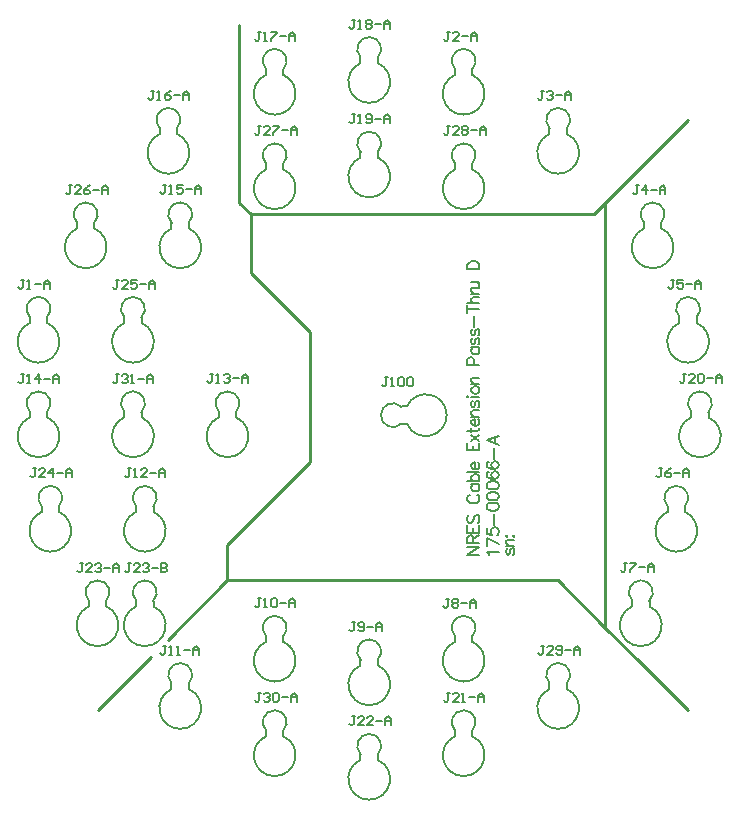
<source format=gbr>
G04 Layer_Color=65535*
%FSLAX26Y26*%
%MOIN*%
%TF.FileFunction,Legend,Top*%
%TF.Part,Single*%
G01*
G75*
%TA.AperFunction,NonConductor*%
%ADD13C,0.010000*%
%ADD21C,0.005000*%
%ADD22C,0.007000*%
D13*
X-511810Y708662D02*
Y1299212D01*
Y708662D02*
X-472440Y669292D01*
X708662Y708662D02*
X984252Y984252D01*
X-748032Y-748032D02*
X-551182Y-551182D01*
X-984252Y-984252D02*
X-806339Y-806339D01*
X708662Y-708662D02*
X826772Y-826772D01*
X984252Y-984252D01*
X-472440Y472440D02*
Y669292D01*
X708662Y-708662D02*
Y708662D01*
X551182Y-551182D02*
X708662Y-708662D01*
X-551182Y-551182D02*
X551182D01*
X-551182D02*
Y-433070D01*
X-275590Y-157480D01*
Y275590D01*
X-472440Y472440D02*
X-275590Y275590D01*
X669292Y669292D02*
X708662Y708662D01*
X-472440Y669292D02*
X669292D01*
D21*
X-837857Y326046D02*
G03*
X-894426Y326046I-28284J28284D01*
G01*
X-895250Y307400D02*
G03*
X-837033Y307400I29108J-63069D01*
G01*
X-365416Y1152818D02*
G03*
X-421985Y1152818I-28284J28284D01*
G01*
X-422809Y1134171D02*
G03*
X-364592Y1134171I29108J-63069D01*
G01*
X-50456Y-815686D02*
G03*
X-107025Y-815686I-28284J28284D01*
G01*
X-107849Y-834333D02*
G03*
X-49632Y-834333I29108J-63069D01*
G01*
X-1152818Y326046D02*
G03*
X-1209387Y326046I-28284J28284D01*
G01*
X-1210211Y307400D02*
G03*
X-1151994Y307400I29108J-63069D01*
G01*
X-995338Y641007D02*
G03*
X-1051906Y641007I-28284J28284D01*
G01*
X-1052730Y622360D02*
G03*
X-994514Y622360I29108J-63069D01*
G01*
X-50456Y1192188D02*
G03*
X-107024Y1192188I-28284J28284D01*
G01*
X-107849Y1173541D02*
G03*
X-49632Y1173541I29108J-63069D01*
G01*
X-365416Y-736946D02*
G03*
X-421985Y-736946I-28284J28284D01*
G01*
X-422809Y-755592D02*
G03*
X-364592Y-755592I29108J-63069D01*
G01*
X264505Y1152818D02*
G03*
X207936Y1152818I-28284J28284D01*
G01*
X207112Y1134171D02*
G03*
X265329Y1134171I29108J-63069D01*
G01*
X-365416Y837857D02*
G03*
X-421985Y837857I-28284J28284D01*
G01*
X-422809Y819211D02*
G03*
X-364592Y819211I29108J-63069D01*
G01*
X-50456Y877227D02*
G03*
X-107024Y877227I-28284J28284D01*
G01*
X-107849Y858581D02*
G03*
X-49632Y858581I29108J-63069D01*
G01*
X-680377Y-894426D02*
G03*
X-736946Y-894426I-28284J28284D01*
G01*
X-737770Y-913073D02*
G03*
X-679553Y-913073I29108J-63069D01*
G01*
X579465Y955968D02*
G03*
X522897Y955968I-28284J28284D01*
G01*
X522073Y937321D02*
G03*
X580290Y937321I29108J-63069D01*
G01*
X264505Y837857D02*
G03*
X207936Y837857I-28284J28284D01*
G01*
X207112Y819211D02*
G03*
X265329Y819211I29108J-63069D01*
G01*
X1051906Y11086D02*
G03*
X995338Y11086I-28284J28284D01*
G01*
X994514Y-7561D02*
G03*
X1052730Y-7561I29108J-63069D01*
G01*
X-798487Y-303875D02*
G03*
X-855056Y-303875I-28284J28284D01*
G01*
X-855880Y-322522D02*
G03*
X-797663Y-322522I29108J-63069D01*
G01*
X894426Y641007D02*
G03*
X837857Y641007I-28284J28284D01*
G01*
X837033Y622360D02*
G03*
X895250Y622360I29108J-63069D01*
G01*
X579465Y-894426D02*
G03*
X522897Y-894426I-28284J28284D01*
G01*
X522073Y-913073D02*
G03*
X580290Y-913073I29108J-63069D01*
G01*
X264505Y-1051906D02*
G03*
X207936Y-1051906I-28284J28284D01*
G01*
X207112Y-1070553D02*
G03*
X265329Y-1070553I29108J-63069D01*
G01*
X-522897Y11086D02*
G03*
X-579465Y11086I-28284J28284D01*
G01*
X-580290Y-7561D02*
G03*
X-522073Y-7561I29108J-63069D01*
G01*
X1012536Y326046D02*
G03*
X955968Y326046I-28284J28284D01*
G01*
X955143Y307400D02*
G03*
X1013360Y307400I29108J-63069D01*
G01*
X-365416Y-1051906D02*
G03*
X-421985Y-1051906I-28284J28284D01*
G01*
X-422809Y-1070553D02*
G03*
X-364592Y-1070553I29108J-63069D01*
G01*
X-50456Y-1130647D02*
G03*
X-107025Y-1130647I-28284J28284D01*
G01*
X-107849Y-1149293D02*
G03*
X-49632Y-1149293I29108J-63069D01*
G01*
X-1152818Y11086D02*
G03*
X-1209387Y11086I-28284J28284D01*
G01*
X-1210211Y-7561D02*
G03*
X-1151994Y-7561I29108J-63069D01*
G01*
X973166Y-303875D02*
G03*
X916598Y-303875I-28284J28284D01*
G01*
X915773Y-322522D02*
G03*
X973990Y-322522I29108J-63069D01*
G01*
X-837857Y11086D02*
G03*
X-894426Y11086I-28284J28284D01*
G01*
X-895250Y-7561D02*
G03*
X-837033Y-7561I29108J-63069D01*
G01*
X-798487Y-618836D02*
G03*
X-855056Y-618836I-28284J28284D01*
G01*
X-855880Y-637482D02*
G03*
X-797663Y-637482I29108J-63069D01*
G01*
X-955968Y-618836D02*
G03*
X-1012536Y-618836I-28284J28284D01*
G01*
X-1013361Y-637482D02*
G03*
X-955144Y-637482I29108J-63069D01*
G01*
X-680377Y641007D02*
G03*
X-736946Y641007I-28284J28284D01*
G01*
X-737770Y622360D02*
G03*
X-679553Y622360I29108J-63069D01*
G01*
X855056Y-618836D02*
G03*
X798487Y-618836I-28284J28284D01*
G01*
X797663Y-637482D02*
G03*
X855880Y-637482I29108J-63069D01*
G01*
X-1113448Y-303875D02*
G03*
X-1170017Y-303875I-28284J28284D01*
G01*
X-1170841Y-322522D02*
G03*
X-1112624Y-322522I29108J-63069D01*
G01*
X-719747Y955968D02*
G03*
X-776316Y955968I-28284J28284D01*
G01*
X-777140Y937321D02*
G03*
X-718923Y937321I29108J-63069D01*
G01*
X264505Y-736946D02*
G03*
X207936Y-736946I-28284J28284D01*
G01*
X207112Y-755592D02*
G03*
X265329Y-755592I29108J-63069D01*
G01*
X28284Y28284D02*
G03*
X28284Y-28284I-28284J-28284D01*
G01*
X46931Y-29108D02*
G03*
X46931Y29108I63069J29108D01*
G01*
X-837858Y326046D02*
X-837034Y325222D01*
Y307400D02*
Y325222D01*
X-895250D02*
X-894426Y326046D01*
X-895250Y307400D02*
Y325222D01*
X-365416Y1152818D02*
X-364592Y1151994D01*
Y1134172D02*
Y1151994D01*
X-422810D02*
X-421986Y1152818D01*
X-422810Y1134172D02*
Y1151994D01*
X-50456Y-815686D02*
X-49632Y-816510D01*
Y-834332D02*
Y-816510D01*
X-107848D02*
X-107024Y-815686D01*
X-107848Y-834332D02*
Y-816510D01*
X-1152818Y326046D02*
X-1151994Y325222D01*
Y307400D02*
Y325222D01*
X-1210210D02*
X-1209386Y326046D01*
X-1210210Y307400D02*
Y325222D01*
X-995338Y641008D02*
X-994514Y640182D01*
Y622360D02*
Y640182D01*
X-1052730D02*
X-1051906Y641008D01*
X-1052730Y622360D02*
Y640182D01*
X-50456Y1192188D02*
X-49632Y1191364D01*
Y1173542D02*
Y1191364D01*
X-107848D02*
X-107024Y1192188D01*
X-107848Y1173542D02*
Y1191364D01*
X-365416Y-736946D02*
X-364592Y-737770D01*
Y-755592D02*
Y-737770D01*
X-422810D02*
X-421986Y-736946D01*
X-422810Y-755592D02*
Y-737770D01*
X264504Y1152818D02*
X265330Y1151994D01*
Y1134172D02*
Y1151994D01*
X207112D02*
X207936Y1152818D01*
X207112Y1134172D02*
Y1151994D01*
X-365416Y837858D02*
X-364592Y837034D01*
Y819210D02*
Y837034D01*
X-422810D02*
X-421986Y837858D01*
X-422810Y819210D02*
Y837034D01*
X-50456Y877228D02*
X-49632Y876404D01*
Y858580D02*
Y876404D01*
X-107848D02*
X-107024Y877228D01*
X-107848Y858580D02*
Y876404D01*
X-680378Y-894426D02*
X-679552Y-895250D01*
Y-913072D02*
Y-895250D01*
X-737770D02*
X-736946Y-894426D01*
X-737770Y-913072D02*
Y-895250D01*
X579466Y955968D02*
X580290Y955144D01*
Y937320D02*
Y955144D01*
X522072D02*
X522896Y955968D01*
X522072Y937320D02*
Y955144D01*
X264504Y837858D02*
X265330Y837034D01*
Y819210D02*
Y837034D01*
X207112D02*
X207936Y837858D01*
X207112Y819210D02*
Y837034D01*
X1051906Y11086D02*
X1052730Y10262D01*
Y-7560D02*
Y10262D01*
X994514D02*
X995338Y11086D01*
X994514Y-7560D02*
Y10262D01*
X-798488Y-303874D02*
X-797664Y-304698D01*
Y-322522D02*
Y-304698D01*
X-855880D02*
X-855056Y-303874D01*
X-855880Y-322522D02*
Y-304698D01*
X894426Y641008D02*
X895250Y640182D01*
Y622360D02*
Y640182D01*
X837034D02*
X837858Y641008D01*
X837034Y622360D02*
Y640182D01*
X579466Y-894426D02*
X580290Y-895250D01*
Y-913072D02*
Y-895250D01*
X522072D02*
X522896Y-894426D01*
X522072Y-913072D02*
Y-895250D01*
X264504Y-1051906D02*
X265330Y-1052730D01*
Y-1070554D02*
Y-1052730D01*
X207112D02*
X207936Y-1051906D01*
X207112Y-1070554D02*
Y-1052730D01*
X-522896Y11086D02*
X-522072Y10262D01*
Y-7562D02*
Y10262D01*
X-580290D02*
X-579466Y11086D01*
X-580290Y-7562D02*
Y10262D01*
X1012536Y326046D02*
X1013360Y325222D01*
Y307400D02*
Y325222D01*
X955144D02*
X955968Y326046D01*
X955144Y307400D02*
Y325222D01*
X-365416Y-1051906D02*
X-364592Y-1052730D01*
Y-1070554D02*
Y-1052730D01*
X-422810D02*
X-421986Y-1051906D01*
X-422810Y-1070554D02*
Y-1052730D01*
X-50456Y-1130646D02*
X-49632Y-1131470D01*
Y-1149294D02*
Y-1131470D01*
X-107848D02*
X-107024Y-1130646D01*
X-107848Y-1149294D02*
Y-1131470D01*
X-1152818Y11086D02*
X-1151994Y10262D01*
Y-7560D02*
Y10262D01*
X-1210210D02*
X-1209386Y11086D01*
X-1210210Y-7560D02*
Y10262D01*
X973166Y-303874D02*
X973990Y-304700D01*
Y-322522D02*
Y-304700D01*
X915774D02*
X916598Y-303874D01*
X915774Y-322522D02*
Y-304700D01*
X-837858Y11086D02*
X-837034Y10262D01*
Y-7560D02*
Y10262D01*
X-895250D02*
X-894426Y11086D01*
X-895250Y-7560D02*
Y10262D01*
X-798488Y-618836D02*
X-797664Y-619660D01*
Y-637482D02*
Y-619660D01*
X-855880D02*
X-855056Y-618836D01*
X-855880Y-637482D02*
Y-619660D01*
X-955968Y-618836D02*
X-955144Y-619660D01*
Y-637482D02*
Y-619660D01*
X-1013360D02*
X-1012536Y-618836D01*
X-1013360Y-637482D02*
Y-619660D01*
X-680378Y641008D02*
X-679552Y640182D01*
Y622360D02*
Y640182D01*
X-737770D02*
X-736946Y641008D01*
X-737770Y622360D02*
Y640182D01*
X855056Y-618836D02*
X855880Y-619660D01*
Y-637482D02*
Y-619660D01*
X797664D02*
X798488Y-618836D01*
X797664Y-637482D02*
Y-619660D01*
X-1113448Y-303874D02*
X-1112624Y-304700D01*
Y-322522D02*
Y-304700D01*
X-1170840D02*
X-1170016Y-303874D01*
X-1170840Y-322522D02*
Y-304700D01*
X-719748Y955968D02*
X-718922Y955144D01*
Y937320D02*
Y955144D01*
X-777140D02*
X-776316Y955968D01*
X-777140Y937320D02*
Y955144D01*
X264504Y-736946D02*
X265330Y-737770D01*
Y-755592D02*
Y-737770D01*
X207112D02*
X207936Y-736946D01*
X207112Y-755592D02*
Y-737770D01*
X28284Y28284D02*
X29108Y29108D01*
X46931D01*
X28284Y-28284D02*
X29108Y-29108D01*
X46931D01*
X-1227857Y451896D02*
X-1237854D01*
X-1232855D01*
Y426904D01*
X-1237854Y421906D01*
X-1242852D01*
X-1247850Y426904D01*
X-1217860Y421906D02*
X-1207863D01*
X-1212862D01*
Y451896D01*
X-1217860Y446897D01*
X-1192868Y436901D02*
X-1172875D01*
X-1162878Y421906D02*
Y441899D01*
X-1152881Y451896D01*
X-1142884Y441899D01*
Y421906D01*
Y436901D01*
X-1162878D01*
X189364Y1278101D02*
X179367D01*
X184365D01*
Y1253109D01*
X179367Y1248110D01*
X174369D01*
X169370Y1253109D01*
X219354Y1248110D02*
X199360D01*
X219354Y1268104D01*
Y1273102D01*
X214356Y1278101D01*
X204359D01*
X199360Y1273102D01*
X229351Y1263105D02*
X249344D01*
X259341Y1248110D02*
Y1268104D01*
X269338Y1278101D01*
X279334Y1268104D01*
Y1248110D01*
Y1263105D01*
X259341D01*
X503734Y1081360D02*
X493737D01*
X498735D01*
Y1056369D01*
X493737Y1051370D01*
X488739D01*
X483740Y1056369D01*
X513731Y1076362D02*
X518729Y1081360D01*
X528726D01*
X533724Y1076362D01*
Y1071364D01*
X528726Y1066365D01*
X523727D01*
X528726D01*
X533724Y1061367D01*
Y1056369D01*
X528726Y1051370D01*
X518729D01*
X513731Y1056369D01*
X543721Y1066365D02*
X563714D01*
X573711Y1051370D02*
Y1071364D01*
X583708Y1081360D01*
X593705Y1071364D01*
Y1051370D01*
Y1066365D01*
X573711D01*
X818994Y766730D02*
X808997D01*
X813995D01*
Y741739D01*
X808997Y736740D01*
X803998D01*
X799000Y741739D01*
X843986Y736740D02*
Y766730D01*
X828990Y751735D01*
X848984D01*
X858981D02*
X878974D01*
X888971Y736740D02*
Y756734D01*
X898968Y766730D01*
X908964Y756734D01*
Y736740D01*
Y751735D01*
X888971D01*
X937773Y451360D02*
X927776D01*
X932775D01*
Y426368D01*
X927776Y421370D01*
X922778D01*
X917779Y426368D01*
X967763Y451360D02*
X947770D01*
Y436365D01*
X957767Y441364D01*
X962765D01*
X967763Y436365D01*
Y426368D01*
X962765Y421370D01*
X952768D01*
X947770Y426368D01*
X977760Y436365D02*
X997754D01*
X1007750Y421370D02*
Y441364D01*
X1017747Y451360D01*
X1027744Y441364D01*
Y421370D01*
Y436365D01*
X1007750D01*
X898403Y-177899D02*
X888406D01*
X893405D01*
Y-202891D01*
X888406Y-207890D01*
X883408D01*
X878409Y-202891D01*
X928393Y-177899D02*
X918397Y-182898D01*
X908400Y-192895D01*
Y-202891D01*
X913398Y-207890D01*
X923395D01*
X928393Y-202891D01*
Y-197893D01*
X923395Y-192895D01*
X908400D01*
X938390D02*
X958384D01*
X968380Y-207890D02*
Y-187896D01*
X978377Y-177899D01*
X988374Y-187896D01*
Y-207890D01*
Y-192895D01*
X968380D01*
X780104Y-492750D02*
X770107D01*
X775105D01*
Y-517742D01*
X770107Y-522740D01*
X765109D01*
X760110Y-517742D01*
X790101Y-492750D02*
X810094D01*
Y-497748D01*
X790101Y-517742D01*
Y-522740D01*
X820091Y-507745D02*
X840084D01*
X850081Y-522740D02*
Y-502747D01*
X860078Y-492750D01*
X870075Y-502747D01*
Y-522740D01*
Y-507745D01*
X850081D01*
X188773Y-611419D02*
X178776D01*
X183775D01*
Y-636411D01*
X178776Y-641409D01*
X173778D01*
X168780Y-636411D01*
X198770Y-616418D02*
X203768Y-611419D01*
X213765D01*
X218763Y-616418D01*
Y-621416D01*
X213765Y-626414D01*
X218763Y-631413D01*
Y-636411D01*
X213765Y-641409D01*
X203768D01*
X198770Y-636411D01*
Y-631413D01*
X203768Y-626414D01*
X198770Y-621416D01*
Y-616418D01*
X203768Y-626414D02*
X213765D01*
X228760D02*
X248754D01*
X258750Y-641409D02*
Y-621416D01*
X268747Y-611419D01*
X278744Y-621416D01*
Y-641409D01*
Y-626414D01*
X258750D01*
X-125448Y-690159D02*
X-135444D01*
X-130446D01*
Y-715151D01*
X-135444Y-720150D01*
X-140443D01*
X-145441Y-715151D01*
X-115451D02*
X-110452Y-720150D01*
X-100456D01*
X-95457Y-715151D01*
Y-695158D01*
X-100456Y-690159D01*
X-110452D01*
X-115451Y-695158D01*
Y-700156D01*
X-110452Y-705154D01*
X-95457D01*
X-85460D02*
X-65467D01*
X-55470Y-720150D02*
Y-700156D01*
X-45473Y-690159D01*
X-35477Y-700156D01*
Y-720150D01*
Y-705154D01*
X-55470D01*
X-440707Y-610671D02*
X-450704D01*
X-445706D01*
Y-635663D01*
X-450704Y-640661D01*
X-455702D01*
X-460701Y-635663D01*
X-430711Y-640661D02*
X-420714D01*
X-425712D01*
Y-610671D01*
X-430711Y-615669D01*
X-405719D02*
X-400720Y-610671D01*
X-390723D01*
X-385725Y-615669D01*
Y-635663D01*
X-390723Y-640661D01*
X-400720D01*
X-405719Y-635663D01*
Y-615669D01*
X-375728Y-625666D02*
X-355735D01*
X-345738Y-640661D02*
Y-620668D01*
X-335741Y-610671D01*
X-325745Y-620668D01*
Y-640661D01*
Y-625666D01*
X-345738D01*
X-755668Y-768152D02*
X-765665D01*
X-760666D01*
Y-793143D01*
X-765665Y-798142D01*
X-770663D01*
X-775661Y-793143D01*
X-745671Y-798142D02*
X-735674D01*
X-740673D01*
Y-768152D01*
X-745671Y-773150D01*
X-720679Y-798142D02*
X-710682D01*
X-715681D01*
Y-768152D01*
X-720679Y-773150D01*
X-695687Y-783147D02*
X-675694D01*
X-665697Y-798142D02*
Y-778148D01*
X-655700Y-768152D01*
X-645703Y-778148D01*
Y-798142D01*
Y-783147D01*
X-665697D01*
X-873778Y-177600D02*
X-883775D01*
X-878776D01*
Y-202592D01*
X-883775Y-207590D01*
X-888773D01*
X-893772Y-202592D01*
X-863781Y-207590D02*
X-853784D01*
X-858783D01*
Y-177600D01*
X-863781Y-182599D01*
X-818796Y-207590D02*
X-838789D01*
X-818796Y-187597D01*
Y-182599D01*
X-823794Y-177600D01*
X-833791D01*
X-838789Y-182599D01*
X-808799Y-192595D02*
X-788806D01*
X-778809Y-207590D02*
Y-187597D01*
X-768812Y-177600D01*
X-758815Y-187597D01*
Y-207590D01*
Y-192595D01*
X-778809D01*
X-598188Y137360D02*
X-608184D01*
X-603186D01*
Y112368D01*
X-608184Y107370D01*
X-613183D01*
X-618181Y112368D01*
X-588191Y107370D02*
X-578194D01*
X-583192D01*
Y137360D01*
X-588191Y132362D01*
X-563199D02*
X-558201Y137360D01*
X-548204D01*
X-543205Y132362D01*
Y127364D01*
X-548204Y122365D01*
X-553202D01*
X-548204D01*
X-543205Y117367D01*
Y112368D01*
X-548204Y107370D01*
X-558201D01*
X-563199Y112368D01*
X-533209Y122365D02*
X-513215D01*
X-503218Y107370D02*
Y127364D01*
X-493221Y137360D01*
X-483225Y127364D01*
Y107370D01*
Y122365D01*
X-503218D01*
X-1228109Y136360D02*
X-1238106D01*
X-1233107D01*
Y111368D01*
X-1238106Y106370D01*
X-1243104D01*
X-1248102Y111368D01*
X-1218112Y106370D02*
X-1208115D01*
X-1213114D01*
Y136360D01*
X-1218112Y131362D01*
X-1178125Y106370D02*
Y136360D01*
X-1193120Y121365D01*
X-1173127D01*
X-1163130D02*
X-1143136D01*
X-1133140Y106370D02*
Y126364D01*
X-1123143Y136360D01*
X-1113146Y126364D01*
Y106370D01*
Y121365D01*
X-1133140D01*
X-755668Y767282D02*
X-765665D01*
X-760666D01*
Y742290D01*
X-765665Y737291D01*
X-770663D01*
X-775661Y742290D01*
X-745671Y737291D02*
X-735674D01*
X-740673D01*
Y767282D01*
X-745671Y762283D01*
X-700686Y767282D02*
X-720679D01*
Y752287D01*
X-710682Y757285D01*
X-705684D01*
X-700686Y752287D01*
Y742290D01*
X-705684Y737291D01*
X-715681D01*
X-720679Y742290D01*
X-690689Y752287D02*
X-670695D01*
X-660699Y737291D02*
Y757285D01*
X-650702Y767282D01*
X-640705Y757285D01*
Y737291D01*
Y752287D01*
X-660699D01*
X-795211Y1081416D02*
X-805208D01*
X-800210D01*
Y1056424D01*
X-805208Y1051425D01*
X-810206D01*
X-815205Y1056424D01*
X-785214Y1051425D02*
X-775218D01*
X-780216D01*
Y1081416D01*
X-785214Y1076417D01*
X-740229Y1081416D02*
X-750226Y1076417D01*
X-760222Y1066420D01*
Y1056424D01*
X-755224Y1051425D01*
X-745227D01*
X-740229Y1056424D01*
Y1061422D01*
X-745227Y1066420D01*
X-760222D01*
X-730232D02*
X-710239D01*
X-700242Y1051425D02*
Y1071419D01*
X-690245Y1081416D01*
X-680248Y1071419D01*
Y1051425D01*
Y1066420D01*
X-700242D01*
X-440377Y1278730D02*
X-450373D01*
X-445375D01*
Y1253739D01*
X-450373Y1248740D01*
X-455372D01*
X-460370Y1253739D01*
X-430380Y1248740D02*
X-420383D01*
X-425381D01*
Y1278730D01*
X-430380Y1273732D01*
X-405388Y1278730D02*
X-385394D01*
Y1273732D01*
X-405388Y1253739D01*
Y1248740D01*
X-375398Y1263735D02*
X-355404D01*
X-345407Y1248740D02*
Y1268734D01*
X-335411Y1278730D01*
X-325414Y1268734D01*
Y1248740D01*
Y1263735D01*
X-345407D01*
X-125746Y1317463D02*
X-135743D01*
X-130745D01*
Y1292471D01*
X-135743Y1287472D01*
X-140742D01*
X-145740Y1292471D01*
X-115750Y1287472D02*
X-105753D01*
X-110751D01*
Y1317463D01*
X-115750Y1312464D01*
X-90758D02*
X-85759Y1317463D01*
X-75763D01*
X-70764Y1312464D01*
Y1307466D01*
X-75763Y1302468D01*
X-70764Y1297469D01*
Y1292471D01*
X-75763Y1287472D01*
X-85759D01*
X-90758Y1292471D01*
Y1297469D01*
X-85759Y1302468D01*
X-90758Y1307466D01*
Y1312464D01*
X-85759Y1302468D02*
X-75763D01*
X-60767D02*
X-40774D01*
X-30777Y1287472D02*
Y1307466D01*
X-20780Y1317463D01*
X-10784Y1307466D01*
Y1287472D01*
Y1302468D01*
X-30777D01*
X-125746Y1003502D02*
X-135743D01*
X-130745D01*
Y978510D01*
X-135743Y973512D01*
X-140742D01*
X-145740Y978510D01*
X-115750Y973512D02*
X-105753D01*
X-110751D01*
Y1003502D01*
X-115750Y998504D01*
X-90758Y978510D02*
X-85759Y973512D01*
X-75763D01*
X-70764Y978510D01*
Y998504D01*
X-75763Y1003502D01*
X-85759D01*
X-90758Y998504D01*
Y993505D01*
X-85759Y988507D01*
X-70764D01*
X-60767D02*
X-40774D01*
X-30777Y973512D02*
Y993505D01*
X-20780Y1003502D01*
X-10784Y993505D01*
Y973512D01*
Y988507D01*
X-30777D01*
X976615Y137360D02*
X966619D01*
X971617D01*
Y112368D01*
X966619Y107370D01*
X961620D01*
X956622Y112368D01*
X1006606Y107370D02*
X986612D01*
X1006606Y127364D01*
Y132362D01*
X1001607Y137360D01*
X991611D01*
X986612Y132362D01*
X1016603D02*
X1021601Y137360D01*
X1031598D01*
X1036596Y132362D01*
Y112368D01*
X1031598Y107370D01*
X1021601D01*
X1016603Y112368D01*
Y132362D01*
X1046593Y122365D02*
X1066586D01*
X1076583Y107370D02*
Y127364D01*
X1086580Y137360D01*
X1096577Y127364D01*
Y107370D01*
Y122365D01*
X1076583D01*
X189214Y-925632D02*
X179217D01*
X184216D01*
Y-950624D01*
X179217Y-955622D01*
X174219D01*
X169220Y-950624D01*
X219204Y-955622D02*
X199211D01*
X219204Y-935629D01*
Y-930630D01*
X214206Y-925632D01*
X204209D01*
X199211Y-930630D01*
X229201Y-955622D02*
X239198D01*
X234200D01*
Y-925632D01*
X229201Y-930630D01*
X254193Y-940627D02*
X274187D01*
X284183Y-955622D02*
Y-935629D01*
X294180Y-925632D01*
X304177Y-935629D01*
Y-955622D01*
Y-940627D01*
X284183D01*
X-125747Y-1004372D02*
X-135743D01*
X-130745D01*
Y-1029364D01*
X-135743Y-1034362D01*
X-140742D01*
X-145740Y-1029364D01*
X-95756Y-1034362D02*
X-115750D01*
X-95756Y-1014369D01*
Y-1009370D01*
X-100755Y-1004372D01*
X-110751D01*
X-115750Y-1009370D01*
X-65766Y-1034362D02*
X-85760D01*
X-65766Y-1014369D01*
Y-1009370D01*
X-70764Y-1004372D01*
X-80761D01*
X-85760Y-1009370D01*
X-55769Y-1019367D02*
X-35776D01*
X-25779Y-1034362D02*
Y-1014369D01*
X-15782Y-1004372D01*
X-5785Y-1014369D01*
Y-1034362D01*
Y-1019367D01*
X-25779D01*
X-1031258Y-493561D02*
X-1041255D01*
X-1036257D01*
Y-518553D01*
X-1041255Y-523551D01*
X-1046254D01*
X-1051252Y-518553D01*
X-1001268Y-523551D02*
X-1021262D01*
X-1001268Y-503558D01*
Y-498559D01*
X-1006266Y-493561D01*
X-1016263D01*
X-1021262Y-498559D01*
X-991271D02*
X-986273Y-493561D01*
X-976276D01*
X-971278Y-498559D01*
Y-503558D01*
X-976276Y-508556D01*
X-981275D01*
X-976276D01*
X-971278Y-513554D01*
Y-518553D01*
X-976276Y-523551D01*
X-986273D01*
X-991271Y-518553D01*
X-961281Y-508556D02*
X-941288D01*
X-931291Y-523551D02*
Y-503558D01*
X-921294Y-493561D01*
X-911297Y-503558D01*
Y-523551D01*
Y-508556D01*
X-931291D01*
X-873778Y-493561D02*
X-883775D01*
X-878777D01*
Y-518553D01*
X-883775Y-523551D01*
X-888773D01*
X-893772Y-518553D01*
X-843788Y-523551D02*
X-863781D01*
X-843788Y-503558D01*
Y-498559D01*
X-848786Y-493561D01*
X-858783D01*
X-863781Y-498559D01*
X-833791D02*
X-828793Y-493561D01*
X-818796D01*
X-813798Y-498559D01*
Y-503558D01*
X-818796Y-508556D01*
X-823794D01*
X-818796D01*
X-813798Y-513554D01*
Y-518553D01*
X-818796Y-523551D01*
X-828793D01*
X-833791Y-518553D01*
X-803801Y-508556D02*
X-783807D01*
X-773811Y-493561D02*
Y-523551D01*
X-758815D01*
X-753817Y-518553D01*
Y-513554D01*
X-758815Y-508556D01*
X-773811D01*
X-758815D01*
X-753817Y-503558D01*
Y-498559D01*
X-758815Y-493561D01*
X-773811D01*
X-1188739Y-177600D02*
X-1198736D01*
X-1193737D01*
Y-202592D01*
X-1198736Y-207591D01*
X-1203734D01*
X-1208732Y-202592D01*
X-1158748Y-207591D02*
X-1178742D01*
X-1158748Y-187597D01*
Y-182599D01*
X-1163747Y-177600D01*
X-1173744D01*
X-1178742Y-182599D01*
X-1133756Y-207591D02*
Y-177600D01*
X-1148752Y-192595D01*
X-1128758D01*
X-1118761D02*
X-1098768D01*
X-1088771Y-207591D02*
Y-187597D01*
X-1078774Y-177600D01*
X-1068778Y-187597D01*
Y-207591D01*
Y-192595D01*
X-1088771D01*
X-913148Y451321D02*
X-923145D01*
X-918146D01*
Y426329D01*
X-923145Y421331D01*
X-928143D01*
X-933142Y426329D01*
X-883158Y421331D02*
X-903151D01*
X-883158Y441324D01*
Y446323D01*
X-888156Y451321D01*
X-898153D01*
X-903151Y446323D01*
X-853168Y451321D02*
X-873161D01*
Y436326D01*
X-863164Y441324D01*
X-858166D01*
X-853168Y436326D01*
Y426329D01*
X-858166Y421331D01*
X-868163D01*
X-873161Y426329D01*
X-843171Y436326D02*
X-823177D01*
X-813181Y421331D02*
Y441324D01*
X-803184Y451321D01*
X-793187Y441324D01*
Y421331D01*
Y436326D01*
X-813181D01*
X-1070629Y766282D02*
X-1080625D01*
X-1075627D01*
Y741290D01*
X-1080625Y736291D01*
X-1085624D01*
X-1090622Y741290D01*
X-1040638Y736291D02*
X-1060632D01*
X-1040638Y756285D01*
Y761283D01*
X-1045637Y766282D01*
X-1055633D01*
X-1060632Y761283D01*
X-1010648Y766282D02*
X-1020645Y761283D01*
X-1030641Y751287D01*
Y741290D01*
X-1025643Y736291D01*
X-1015646D01*
X-1010648Y741290D01*
Y746288D01*
X-1015646Y751287D01*
X-1030641D01*
X-1000651D02*
X-980658D01*
X-970661Y736291D02*
Y756285D01*
X-960664Y766282D01*
X-950667Y756285D01*
Y736291D01*
Y751287D01*
X-970661D01*
X-440707Y964132D02*
X-450704D01*
X-445706D01*
Y939140D01*
X-450704Y934142D01*
X-455702D01*
X-460701Y939140D01*
X-410717Y934142D02*
X-430711D01*
X-410717Y954135D01*
Y959134D01*
X-415715Y964132D01*
X-425712D01*
X-430711Y959134D01*
X-400720Y964132D02*
X-380727D01*
Y959134D01*
X-400720Y939140D01*
Y934142D01*
X-370730Y949137D02*
X-350736D01*
X-340740Y934142D02*
Y954135D01*
X-330743Y964132D01*
X-320746Y954135D01*
Y934142D01*
Y949137D01*
X-340740D01*
X189214Y964132D02*
X179217D01*
X184216D01*
Y939140D01*
X179217Y934142D01*
X174219D01*
X169220Y939140D01*
X219204Y934142D02*
X199211D01*
X219204Y954135D01*
Y959134D01*
X214206Y964132D01*
X204209D01*
X199211Y959134D01*
X229201D02*
X234200Y964132D01*
X244196D01*
X249195Y959134D01*
Y954135D01*
X244196Y949137D01*
X249195Y944139D01*
Y939140D01*
X244196Y934142D01*
X234200D01*
X229201Y939140D01*
Y944139D01*
X234200Y949137D01*
X229201Y954135D01*
Y959134D01*
X234200Y949137D02*
X244196D01*
X259191D02*
X279185D01*
X289182Y934142D02*
Y954135D01*
X299178Y964132D01*
X309175Y954135D01*
Y934142D01*
Y949137D01*
X289182D01*
X504175Y-768152D02*
X494178D01*
X499176D01*
Y-793143D01*
X494178Y-798142D01*
X489180D01*
X484181Y-793143D01*
X534165Y-798142D02*
X514171D01*
X534165Y-778148D01*
Y-773150D01*
X529167Y-768152D01*
X519170D01*
X514171Y-773150D01*
X544162Y-793143D02*
X549160Y-798142D01*
X559157D01*
X564155Y-793143D01*
Y-773150D01*
X559157Y-768152D01*
X549160D01*
X544162Y-773150D01*
Y-778148D01*
X549160Y-783147D01*
X564155D01*
X574152D02*
X594145D01*
X604142Y-798142D02*
Y-778148D01*
X614139Y-768152D01*
X624136Y-778148D01*
Y-798142D01*
Y-783147D01*
X604142D01*
X-440707Y-925632D02*
X-450704D01*
X-445706D01*
Y-950624D01*
X-450704Y-955622D01*
X-455702D01*
X-460701Y-950624D01*
X-430711Y-930630D02*
X-425712Y-925632D01*
X-415715D01*
X-410717Y-930630D01*
Y-935629D01*
X-415715Y-940627D01*
X-420714D01*
X-415715D01*
X-410717Y-945625D01*
Y-950624D01*
X-415715Y-955622D01*
X-425712D01*
X-430711Y-950624D01*
X-400720Y-930630D02*
X-395722Y-925632D01*
X-385725D01*
X-380727Y-930630D01*
Y-950624D01*
X-385725Y-955622D01*
X-395722D01*
X-400720Y-950624D01*
Y-930630D01*
X-370730Y-940627D02*
X-350736D01*
X-340740Y-955622D02*
Y-935629D01*
X-330743Y-925632D01*
X-320746Y-935629D01*
Y-955622D01*
Y-940627D01*
X-340740D01*
X-913148Y136360D02*
X-923145D01*
X-918147D01*
Y111368D01*
X-923145Y106370D01*
X-928143D01*
X-933142Y111368D01*
X-903152Y131362D02*
X-898153Y136360D01*
X-888156D01*
X-883158Y131362D01*
Y126364D01*
X-888156Y121365D01*
X-893155D01*
X-888156D01*
X-883158Y116367D01*
Y111368D01*
X-888156Y106370D01*
X-898153D01*
X-903152Y111368D01*
X-873161Y106370D02*
X-863164D01*
X-868163D01*
Y136360D01*
X-873161Y131362D01*
X-848169Y121365D02*
X-828176D01*
X-818179Y106370D02*
Y126364D01*
X-808182Y136360D01*
X-798186Y126364D01*
Y106370D01*
Y121365D01*
X-818179D01*
X-17006Y126990D02*
X-27003D01*
X-22005D01*
Y101998D01*
X-27003Y97000D01*
X-32002D01*
X-37000Y101998D01*
X-7010Y97000D02*
X2987D01*
X-2011D01*
Y126990D01*
X-7010Y121992D01*
X17982D02*
X22981Y126990D01*
X32977D01*
X37976Y121992D01*
Y101998D01*
X32977Y97000D01*
X22981D01*
X17982Y101998D01*
Y121992D01*
X47972D02*
X52971Y126990D01*
X62968D01*
X67966Y121992D01*
Y101998D01*
X62968Y97000D01*
X52971D01*
X47972Y101998D01*
Y121992D01*
D22*
X248654Y-465441D02*
X288646D01*
X248654D02*
X288646Y-438780D01*
X248654D02*
X288646D01*
X248654Y-427735D02*
X288646D01*
X248654D02*
Y-410596D01*
X250558Y-404882D01*
X252463Y-402978D01*
X256272Y-401074D01*
X260080D01*
X263889Y-402978D01*
X265793Y-404882D01*
X267698Y-410596D01*
Y-427735D01*
Y-414404D02*
X288646Y-401074D01*
X248654Y-367367D02*
Y-392123D01*
X288646D01*
Y-367367D01*
X267698Y-392123D02*
Y-376889D01*
X254367Y-334041D02*
X250558Y-337849D01*
X248654Y-343562D01*
Y-351180D01*
X250558Y-356893D01*
X254367Y-360702D01*
X258176D01*
X261985Y-358797D01*
X263889Y-356893D01*
X265793Y-353084D01*
X269602Y-341658D01*
X271506Y-337849D01*
X273411Y-335945D01*
X277219Y-334041D01*
X282932D01*
X286741Y-337849D01*
X288646Y-343562D01*
Y-351180D01*
X286741Y-356893D01*
X282932Y-360702D01*
X258176Y-265103D02*
X254367Y-267007D01*
X250558Y-270816D01*
X248654Y-274625D01*
Y-282242D01*
X250558Y-286051D01*
X254367Y-289860D01*
X258176Y-291764D01*
X263889Y-293668D01*
X273411D01*
X279124Y-291764D01*
X282932Y-289860D01*
X286741Y-286051D01*
X288646Y-282242D01*
Y-274625D01*
X286741Y-270816D01*
X282932Y-267007D01*
X279124Y-265103D01*
X261985Y-231015D02*
X288646D01*
X267698D02*
X263889Y-234824D01*
X261985Y-238632D01*
Y-244345D01*
X263889Y-248154D01*
X267698Y-251963D01*
X273411Y-253867D01*
X277219D01*
X282932Y-251963D01*
X286741Y-248154D01*
X288646Y-244345D01*
Y-238632D01*
X286741Y-234824D01*
X282932Y-231015D01*
X248654Y-220351D02*
X288646D01*
X267698D02*
X263889Y-216542D01*
X261985Y-212733D01*
Y-207020D01*
X263889Y-203212D01*
X267698Y-199403D01*
X273411Y-197499D01*
X277219D01*
X282932Y-199403D01*
X286741Y-203212D01*
X288646Y-207020D01*
Y-212733D01*
X286741Y-216542D01*
X282932Y-220351D01*
X248654Y-188929D02*
X288646D01*
X273411Y-180550D02*
Y-157697D01*
X269602D01*
X265793Y-159602D01*
X263889Y-161506D01*
X261985Y-165315D01*
Y-171028D01*
X263889Y-174837D01*
X267698Y-178645D01*
X273411Y-180550D01*
X277219D01*
X282932Y-178645D01*
X286741Y-174837D01*
X288646Y-171028D01*
Y-165315D01*
X286741Y-161506D01*
X282932Y-157697D01*
X248654Y-92950D02*
Y-117706D01*
X288646D01*
Y-92950D01*
X267698Y-117706D02*
Y-102471D01*
X261985Y-86284D02*
X288646Y-65336D01*
X261985D02*
X288646Y-86284D01*
X248654Y-51244D02*
X281028D01*
X286741Y-49340D01*
X288646Y-45531D01*
Y-41722D01*
X261985Y-56957D02*
Y-43627D01*
X273411Y-36009D02*
Y-13157D01*
X269602D01*
X265793Y-15061D01*
X263889Y-16966D01*
X261985Y-20774D01*
Y-26488D01*
X263889Y-30296D01*
X267698Y-34105D01*
X273411Y-36009D01*
X277219D01*
X282932Y-34105D01*
X286741Y-30296D01*
X288646Y-26488D01*
Y-20774D01*
X286741Y-16966D01*
X282932Y-13157D01*
X261985Y-4588D02*
X288646D01*
X269602D02*
X263889Y1126D01*
X261985Y4934D01*
Y10647D01*
X263889Y14456D01*
X269602Y16360D01*
X288646D01*
X267698Y47782D02*
X263889Y45878D01*
X261985Y40165D01*
Y34452D01*
X263889Y28739D01*
X267698Y26834D01*
X271506Y28739D01*
X273411Y32547D01*
X275315Y42069D01*
X277219Y45878D01*
X281028Y47782D01*
X282932D01*
X286741Y45878D01*
X288646Y40165D01*
Y34452D01*
X286741Y28739D01*
X282932Y26834D01*
X248654Y59970D02*
X250558Y61874D01*
X248654Y63779D01*
X246750Y61874D01*
X248654Y59970D01*
X261985Y61874D02*
X288646D01*
X261985Y80347D02*
X263889Y76538D01*
X267698Y72729D01*
X273411Y70825D01*
X277219D01*
X282932Y72729D01*
X286741Y76538D01*
X288646Y80347D01*
Y86060D01*
X286741Y89868D01*
X282932Y93677D01*
X277219Y95582D01*
X273411D01*
X267698Y93677D01*
X263889Y89868D01*
X261985Y86060D01*
Y80347D01*
Y104341D02*
X288646D01*
X269602D02*
X263889Y110055D01*
X261985Y113863D01*
Y119576D01*
X263889Y123385D01*
X269602Y125289D01*
X288646D01*
X269602Y167185D02*
Y184324D01*
X267698Y190037D01*
X265793Y191942D01*
X261985Y193846D01*
X256272D01*
X252463Y191942D01*
X250558Y190037D01*
X248654Y184324D01*
Y167185D01*
X288646D01*
X261985Y225649D02*
X288646D01*
X267698D02*
X263889Y221840D01*
X261985Y218031D01*
Y212318D01*
X263889Y208510D01*
X267698Y204701D01*
X273411Y202797D01*
X277219D01*
X282932Y204701D01*
X286741Y208510D01*
X288646Y212318D01*
Y218031D01*
X286741Y221840D01*
X282932Y225649D01*
X267698Y257261D02*
X263889Y255357D01*
X261985Y249644D01*
Y243930D01*
X263889Y238218D01*
X267698Y236313D01*
X271506Y238218D01*
X273411Y242026D01*
X275315Y251548D01*
X277219Y255357D01*
X281028Y257261D01*
X282932D01*
X286741Y255357D01*
X288646Y249644D01*
Y243930D01*
X286741Y238218D01*
X282932Y236313D01*
X267698Y286588D02*
X263889Y284684D01*
X261985Y278971D01*
Y273258D01*
X263889Y267545D01*
X267698Y265640D01*
X271506Y267545D01*
X273411Y271353D01*
X275315Y280875D01*
X277219Y284684D01*
X281028Y286588D01*
X282932D01*
X286741Y284684D01*
X288646Y278971D01*
Y273258D01*
X286741Y267545D01*
X282932Y265640D01*
X271506Y294967D02*
Y329246D01*
X248654Y354383D02*
X288646D01*
X248654Y341053D02*
Y367714D01*
Y372474D02*
X288646D01*
X269602D02*
X263889Y378188D01*
X261985Y381996D01*
Y387709D01*
X263889Y391518D01*
X269602Y393422D01*
X288646D01*
X261985Y403896D02*
X288646D01*
X273411D02*
X267698Y405801D01*
X263889Y409609D01*
X261985Y413418D01*
Y419131D01*
Y422749D02*
X281028D01*
X286741Y424654D01*
X288646Y428462D01*
Y434175D01*
X286741Y437984D01*
X281028Y443697D01*
X261985D02*
X288646D01*
X248654Y485593D02*
X288646D01*
X248654D02*
Y498923D01*
X250558Y504637D01*
X254367Y508445D01*
X258176Y510350D01*
X263889Y512254D01*
X273411D01*
X279124Y510350D01*
X282932Y508445D01*
X286741Y504637D01*
X288646Y498923D01*
Y485593D01*
X321061Y-465441D02*
X319157Y-461632D01*
X313444Y-455919D01*
X353435D01*
X313444Y-409453D02*
X353435Y-428496D01*
X313444Y-436114D02*
Y-409453D01*
Y-377650D02*
Y-396694D01*
X330583Y-398598D01*
X328679Y-396694D01*
X326774Y-390981D01*
Y-385268D01*
X328679Y-379555D01*
X332487Y-375746D01*
X338200Y-373841D01*
X342009D01*
X347722Y-375746D01*
X351531Y-379555D01*
X353435Y-385268D01*
Y-390981D01*
X351531Y-396694D01*
X349627Y-398598D01*
X345818Y-400502D01*
X336296Y-364891D02*
Y-330613D01*
X313444Y-307380D02*
X315348Y-313092D01*
X321061Y-316901D01*
X330583Y-318806D01*
X336296D01*
X345818Y-316901D01*
X351531Y-313092D01*
X353435Y-307380D01*
Y-303571D01*
X351531Y-297858D01*
X345818Y-294049D01*
X336296Y-292145D01*
X330583D01*
X321061Y-294049D01*
X315348Y-297858D01*
X313444Y-303571D01*
Y-307380D01*
Y-271768D02*
X315348Y-277481D01*
X321061Y-281290D01*
X330583Y-283194D01*
X336296D01*
X345818Y-281290D01*
X351531Y-277481D01*
X353435Y-271768D01*
Y-267959D01*
X351531Y-262246D01*
X345818Y-258438D01*
X336296Y-256533D01*
X330583D01*
X321061Y-258438D01*
X315348Y-262246D01*
X313444Y-267959D01*
Y-271768D01*
Y-236157D02*
X315348Y-241870D01*
X321061Y-245678D01*
X330583Y-247583D01*
X336296D01*
X345818Y-245678D01*
X351531Y-241870D01*
X353435Y-236157D01*
Y-232348D01*
X351531Y-226635D01*
X345818Y-222826D01*
X336296Y-220922D01*
X330583D01*
X321061Y-222826D01*
X315348Y-226635D01*
X313444Y-232348D01*
Y-236157D01*
X319157Y-189119D02*
X315348Y-191024D01*
X313444Y-196737D01*
Y-200545D01*
X315348Y-206258D01*
X321061Y-210067D01*
X330583Y-211971D01*
X340105D01*
X347722Y-210067D01*
X351531Y-206258D01*
X353435Y-200545D01*
Y-198641D01*
X351531Y-192928D01*
X347722Y-189119D01*
X342009Y-187215D01*
X340105D01*
X334392Y-189119D01*
X330583Y-192928D01*
X328679Y-198641D01*
Y-200545D01*
X330583Y-206258D01*
X334392Y-210067D01*
X340105Y-211971D01*
X319157Y-155603D02*
X315348Y-157507D01*
X313444Y-163220D01*
Y-167029D01*
X315348Y-172742D01*
X321061Y-176550D01*
X330583Y-178455D01*
X340105D01*
X347722Y-176550D01*
X351531Y-172742D01*
X353435Y-167029D01*
Y-165124D01*
X351531Y-159411D01*
X347722Y-155603D01*
X342009Y-153698D01*
X340105D01*
X334392Y-155603D01*
X330583Y-159411D01*
X328679Y-165124D01*
Y-167029D01*
X330583Y-172742D01*
X334392Y-176550D01*
X340105Y-178455D01*
X336296Y-144938D02*
Y-110660D01*
X353435Y-68383D02*
X313444Y-83618D01*
X353435Y-98853D01*
X340105Y-93140D02*
Y-74096D01*
X383947Y-444493D02*
X380138Y-446397D01*
X378233Y-452110D01*
Y-457824D01*
X380138Y-463536D01*
X383947Y-465441D01*
X387755Y-463536D01*
X389660Y-459728D01*
X391564Y-450206D01*
X393468Y-446397D01*
X397277Y-444493D01*
X399181D01*
X402990Y-446397D01*
X404894Y-452110D01*
Y-457824D01*
X402990Y-463536D01*
X399181Y-465441D01*
X378233Y-436114D02*
X404894D01*
X385851D02*
X380138Y-430401D01*
X378233Y-426592D01*
Y-420879D01*
X380138Y-417070D01*
X385851Y-415166D01*
X404894D01*
X378233Y-402788D02*
X380138Y-404692D01*
X382042Y-402788D01*
X380138Y-400883D01*
X378233Y-402788D01*
X401086D02*
X402990Y-404692D01*
X404894Y-402788D01*
X402990Y-400883D01*
X401086Y-402788D01*
%TF.MD5,33adfa8312a15d926bc1c6ce4e2f4b4e*%
M02*

</source>
